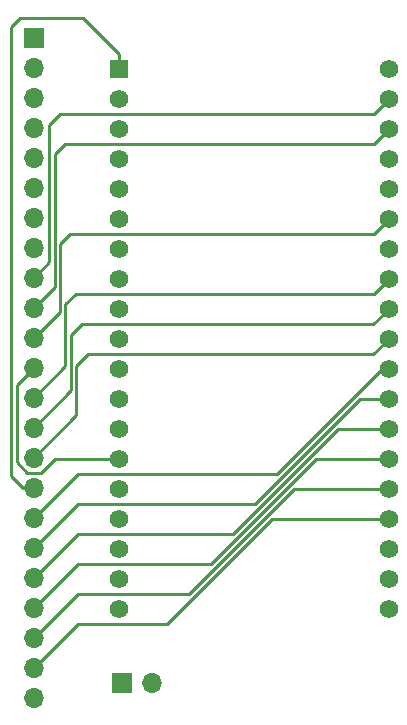
<source format=gbl>
G04 #@! TF.GenerationSoftware,KiCad,Pcbnew,8.0.4*
G04 #@! TF.CreationDate,2024-08-02T20:22:04-07:00*
G04 #@! TF.ProjectId,CHESSmate CPU,43484553-536d-4617-9465-204350552e6b,rev?*
G04 #@! TF.SameCoordinates,Original*
G04 #@! TF.FileFunction,Copper,L2,Bot*
G04 #@! TF.FilePolarity,Positive*
%FSLAX46Y46*%
G04 Gerber Fmt 4.6, Leading zero omitted, Abs format (unit mm)*
G04 Created by KiCad (PCBNEW 8.0.4) date 2024-08-02 20:22:04*
%MOMM*%
%LPD*%
G01*
G04 APERTURE LIST*
G04 #@! TA.AperFunction,ComponentPad*
%ADD10R,1.700000X1.700000*%
G04 #@! TD*
G04 #@! TA.AperFunction,ComponentPad*
%ADD11O,1.700000X1.700000*%
G04 #@! TD*
G04 #@! TA.AperFunction,ComponentPad*
%ADD12R,1.560000X1.560000*%
G04 #@! TD*
G04 #@! TA.AperFunction,ComponentPad*
%ADD13C,1.560000*%
G04 #@! TD*
G04 #@! TA.AperFunction,Conductor*
%ADD14C,0.250000*%
G04 #@! TD*
G04 APERTURE END LIST*
D10*
X119225000Y-112000000D03*
D11*
X121765000Y-112000000D03*
D10*
X111750000Y-57370000D03*
D11*
X111750000Y-59910000D03*
X111750000Y-62450000D03*
X111750000Y-64990000D03*
X111750000Y-67530000D03*
X111750000Y-70070000D03*
X111750000Y-72610000D03*
X111750000Y-75150000D03*
X111750000Y-77690000D03*
X111750000Y-80230000D03*
X111750000Y-82770000D03*
X111750000Y-85310000D03*
X111750000Y-87850000D03*
X111750000Y-90390000D03*
X111750000Y-92930000D03*
X111750000Y-95470000D03*
X111750000Y-98010000D03*
X111750000Y-100550000D03*
X111750000Y-103090000D03*
X111750000Y-105630000D03*
X111750000Y-108170000D03*
X111750000Y-110710000D03*
X111750000Y-113250000D03*
D12*
X118927500Y-59994500D03*
D13*
X118927500Y-62534500D03*
X118927500Y-65074500D03*
X118927500Y-67614500D03*
X118927500Y-70154500D03*
X118927500Y-72694500D03*
X118927500Y-75234500D03*
X118927500Y-77774500D03*
X118927500Y-80314500D03*
X118927500Y-82854500D03*
X118927500Y-85394500D03*
X118927500Y-87934500D03*
X118927500Y-90474500D03*
X118927500Y-93014500D03*
X118927500Y-95554500D03*
X118927500Y-98094500D03*
X118927500Y-100634500D03*
X118927500Y-103174500D03*
X118927500Y-105714500D03*
X141787500Y-59994500D03*
X141787500Y-62534500D03*
X141787500Y-65074500D03*
X141787500Y-67614500D03*
X141787500Y-70154500D03*
X141787500Y-72694500D03*
X141787500Y-75234500D03*
X141787500Y-77774500D03*
X141787500Y-80314500D03*
X141787500Y-82854500D03*
X141787500Y-85394500D03*
X141787500Y-87934500D03*
X141787500Y-90474500D03*
X141787500Y-93014500D03*
X141787500Y-95554500D03*
X141787500Y-98094500D03*
X141787500Y-100634500D03*
X141787500Y-103174500D03*
X141787500Y-105714500D03*
D14*
X111750000Y-110710000D02*
X115450000Y-107010000D01*
X123035000Y-107010000D02*
X131950500Y-98094500D01*
X131950500Y-98094500D02*
X141787500Y-98094500D01*
X115450000Y-107010000D02*
X123035000Y-107010000D01*
X124860000Y-104470000D02*
X133775500Y-95554500D01*
X111750000Y-108170000D02*
X115450000Y-104470000D01*
X115450000Y-104470000D02*
X124860000Y-104470000D01*
X133775500Y-95554500D02*
X141787500Y-95554500D01*
X135635500Y-93014500D02*
X141787500Y-93014500D01*
X111750000Y-105630000D02*
X115470000Y-101910000D01*
X115470000Y-101910000D02*
X126740000Y-101910000D01*
X126740000Y-101910000D02*
X135635500Y-93014500D01*
X115460000Y-99380000D02*
X128580000Y-99380000D01*
X128580000Y-99380000D02*
X137485500Y-90474500D01*
X111750000Y-103090000D02*
X115460000Y-99380000D01*
X137485500Y-90474500D02*
X141787500Y-90474500D01*
X139345500Y-87934500D02*
X141787500Y-87934500D01*
X130450000Y-96830000D02*
X139345500Y-87934500D01*
X111750000Y-100550000D02*
X115470000Y-96830000D01*
X115470000Y-96830000D02*
X130450000Y-96830000D01*
X132320000Y-94290000D02*
X141215500Y-85394500D01*
X141215500Y-85394500D02*
X141787500Y-85394500D01*
X111750000Y-98010000D02*
X115470000Y-94290000D01*
X115470000Y-94290000D02*
X132320000Y-94290000D01*
X109830000Y-94450000D02*
X109830000Y-56490000D01*
X110850000Y-95470000D02*
X111750000Y-95470000D01*
X110850000Y-95470000D02*
X109830000Y-94450000D01*
X115870000Y-55730000D02*
X118927500Y-58787500D01*
X109830000Y-56490000D02*
X110590000Y-55730000D01*
X118927500Y-58787500D02*
X118927500Y-59994500D01*
X110590000Y-55730000D02*
X115870000Y-55730000D01*
X140502000Y-84140000D02*
X141787500Y-82854500D01*
X115350000Y-85130000D02*
X116340000Y-84140000D01*
X111750000Y-92930000D02*
X115350000Y-89330000D01*
X115350000Y-89330000D02*
X115350000Y-85130000D01*
X116340000Y-84140000D02*
X140502000Y-84140000D01*
X111750000Y-90390000D02*
X114900000Y-87240000D01*
X114900000Y-87240000D02*
X114900000Y-82530000D01*
X114900000Y-82530000D02*
X115820000Y-81610000D01*
X140492000Y-81610000D02*
X141787500Y-80314500D01*
X115820000Y-81610000D02*
X140492000Y-81610000D01*
X115300000Y-79040000D02*
X140540000Y-79040000D01*
X140540000Y-79040000D02*
X141805500Y-77774500D01*
X114400000Y-79940000D02*
X115300000Y-79040000D01*
X114400000Y-85200000D02*
X114400000Y-79940000D01*
X111750000Y-87850000D02*
X114400000Y-85200000D01*
X118913000Y-93000000D02*
X118927500Y-93014500D01*
X110280000Y-93310000D02*
X111180000Y-94210000D01*
X110280000Y-86780000D02*
X111750000Y-85310000D01*
X112320000Y-94210000D02*
X113530000Y-93000000D01*
X113530000Y-93000000D02*
X118913000Y-93000000D01*
X110280000Y-86780000D02*
X110280000Y-93310000D01*
X111180000Y-94210000D02*
X112320000Y-94210000D01*
X140512000Y-73970000D02*
X141787500Y-72694500D01*
X111750000Y-82770000D02*
X113950000Y-80570000D01*
X113950000Y-74870000D02*
X114850000Y-73970000D01*
X114850000Y-73970000D02*
X140512000Y-73970000D01*
X113950000Y-80570000D02*
X113950000Y-74870000D01*
X113500000Y-67240000D02*
X114390000Y-66350000D01*
X114390000Y-66350000D02*
X140512000Y-66350000D01*
X113500000Y-78480000D02*
X113500000Y-67240000D01*
X140512000Y-66350000D02*
X141787500Y-65074500D01*
X111750000Y-80230000D02*
X113500000Y-78480000D01*
X111750000Y-77690000D02*
X113050000Y-76390000D01*
X113050000Y-64750000D02*
X113980000Y-63820000D01*
X113050000Y-76390000D02*
X113050000Y-64750000D01*
X140560000Y-63820000D02*
X141845500Y-62534500D01*
X113980000Y-63820000D02*
X140560000Y-63820000D01*
M02*

</source>
